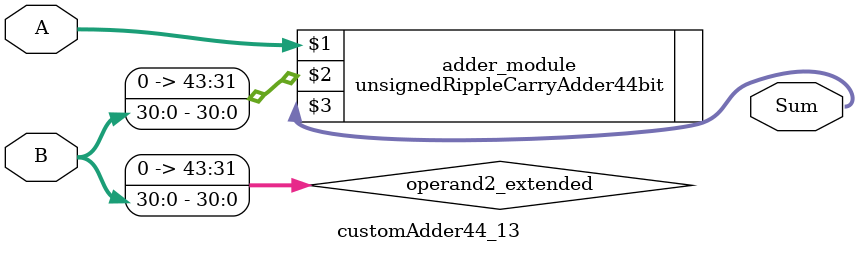
<source format=v>
module customAdder44_13(
                        input [43 : 0] A,
                        input [30 : 0] B,
                        
                        output [44 : 0] Sum
                );

        wire [43 : 0] operand2_extended;
        
        assign operand2_extended =  {13'b0, B};
        
        unsignedRippleCarryAdder44bit adder_module(
            A,
            operand2_extended,
            Sum
        );
        
        endmodule
        
</source>
